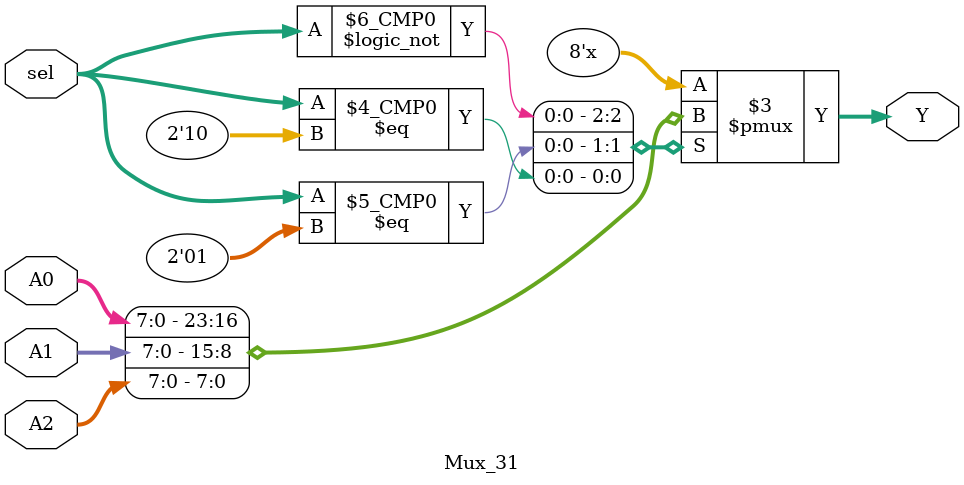
<source format=v>

module Mux_31(Y,A0,A1,A2,sel);

output	[7:0]Y;
input	[7:0]A2,A1,A0;
input	[1:0]sel;

reg		[7:0]Y;

always@(*)
	begin
		case(sel)
			0:	Y=A0;
			1:	Y=A1;
			2:	Y=A2;
			default:Y=8'bz;
		endcase
	end

endmodule


</source>
